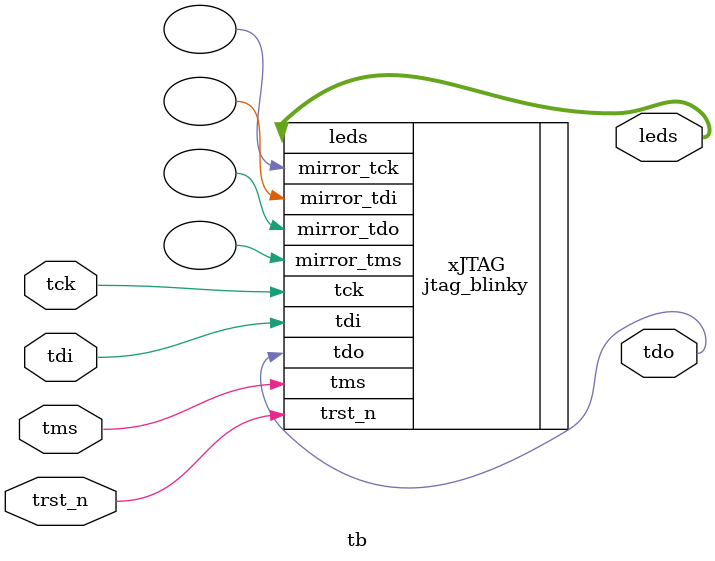
<source format=v>
module tb (
    input  wire       tck,
    input  wire       trst_n,
    input  wire       tms,
    input  wire       tdi,
    output wire       tdo,
    output wire [9:0] leds

);


    jtag_blinky #(
        .N_LEDS(10),
        .IDCODE(32'h1)
    ) xJTAG (
        .tck       (tck),
        .trst_n    (trst_n),
        .tms       (tms),
        .tdi       (tdi),
        .tdo       (tdo),
        .leds      (leds),
        .mirror_tck(),
        .mirror_tms(),
        .mirror_tdi(),
        .mirror_tdo()
    );



endmodule

</source>
